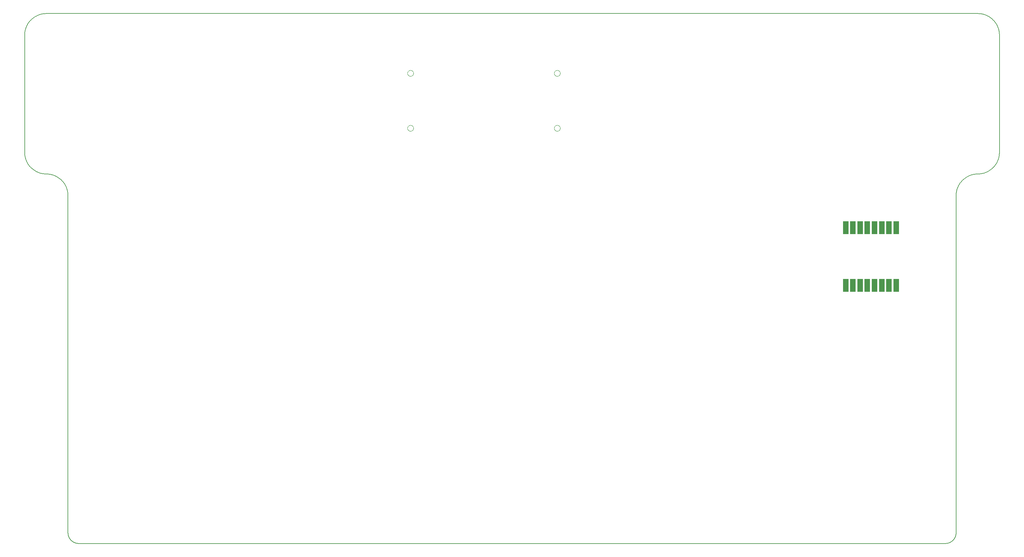
<source format=gbp>
G75*
%MOIN*%
%OFA0B0*%
%FSLAX25Y25*%
%IPPOS*%
%LPD*%
%AMOC8*
5,1,8,0,0,1.08239X$1,22.5*
%
%ADD10C,0.00600*%
%ADD11C,0.00000*%
%ADD12R,0.05906X0.14173*%
D10*
X0094504Y0039386D02*
X0094504Y0407496D01*
X0094497Y0408067D01*
X0094476Y0408637D01*
X0094442Y0409207D01*
X0094394Y0409776D01*
X0094332Y0410343D01*
X0094256Y0410909D01*
X0094167Y0411473D01*
X0094064Y0412034D01*
X0093947Y0412593D01*
X0093818Y0413149D01*
X0093674Y0413702D01*
X0093518Y0414251D01*
X0093348Y0414796D01*
X0093165Y0415336D01*
X0092969Y0415872D01*
X0092760Y0416404D01*
X0092538Y0416930D01*
X0092304Y0417450D01*
X0092057Y0417965D01*
X0091798Y0418474D01*
X0091527Y0418976D01*
X0091243Y0419471D01*
X0090948Y0419960D01*
X0090641Y0420441D01*
X0090323Y0420915D01*
X0089993Y0421381D01*
X0089652Y0421838D01*
X0089299Y0422288D01*
X0088937Y0422728D01*
X0088563Y0423160D01*
X0088180Y0423583D01*
X0087786Y0423996D01*
X0087382Y0424400D01*
X0086969Y0424794D01*
X0086546Y0425177D01*
X0086114Y0425551D01*
X0085674Y0425913D01*
X0085224Y0426266D01*
X0084767Y0426607D01*
X0084301Y0426937D01*
X0083827Y0427255D01*
X0083346Y0427562D01*
X0082857Y0427857D01*
X0082362Y0428141D01*
X0081860Y0428412D01*
X0081351Y0428671D01*
X0080836Y0428918D01*
X0080316Y0429152D01*
X0079790Y0429374D01*
X0079258Y0429583D01*
X0078722Y0429779D01*
X0078182Y0429962D01*
X0077637Y0430132D01*
X0077088Y0430288D01*
X0076535Y0430432D01*
X0075979Y0430561D01*
X0075420Y0430678D01*
X0074859Y0430781D01*
X0074295Y0430870D01*
X0073729Y0430946D01*
X0073162Y0431008D01*
X0072593Y0431056D01*
X0072023Y0431090D01*
X0071453Y0431111D01*
X0070882Y0431118D01*
X0070311Y0431125D01*
X0069741Y0431146D01*
X0069171Y0431180D01*
X0068602Y0431228D01*
X0068035Y0431290D01*
X0067469Y0431366D01*
X0066905Y0431455D01*
X0066344Y0431558D01*
X0065785Y0431675D01*
X0065229Y0431804D01*
X0064676Y0431948D01*
X0064127Y0432104D01*
X0063582Y0432274D01*
X0063042Y0432457D01*
X0062506Y0432653D01*
X0061974Y0432862D01*
X0061448Y0433084D01*
X0060928Y0433318D01*
X0060413Y0433565D01*
X0059904Y0433824D01*
X0059402Y0434095D01*
X0058907Y0434379D01*
X0058418Y0434674D01*
X0057937Y0434981D01*
X0057463Y0435299D01*
X0056997Y0435629D01*
X0056540Y0435970D01*
X0056090Y0436323D01*
X0055650Y0436685D01*
X0055218Y0437059D01*
X0054795Y0437442D01*
X0054382Y0437836D01*
X0053978Y0438240D01*
X0053584Y0438653D01*
X0053201Y0439076D01*
X0052827Y0439508D01*
X0052465Y0439948D01*
X0052112Y0440398D01*
X0051771Y0440855D01*
X0051441Y0441321D01*
X0051123Y0441795D01*
X0050816Y0442276D01*
X0050521Y0442765D01*
X0050237Y0443260D01*
X0049966Y0443762D01*
X0049707Y0444271D01*
X0049460Y0444786D01*
X0049226Y0445306D01*
X0049004Y0445832D01*
X0048795Y0446364D01*
X0048599Y0446900D01*
X0048416Y0447440D01*
X0048246Y0447985D01*
X0048090Y0448534D01*
X0047946Y0449087D01*
X0047817Y0449643D01*
X0047700Y0450202D01*
X0047597Y0450763D01*
X0047508Y0451327D01*
X0047432Y0451893D01*
X0047370Y0452460D01*
X0047322Y0453029D01*
X0047288Y0453599D01*
X0047267Y0454169D01*
X0047260Y0454740D01*
X0047260Y0582693D01*
X0047267Y0583264D01*
X0047288Y0583834D01*
X0047322Y0584404D01*
X0047370Y0584973D01*
X0047432Y0585540D01*
X0047508Y0586106D01*
X0047597Y0586670D01*
X0047700Y0587231D01*
X0047817Y0587790D01*
X0047946Y0588346D01*
X0048090Y0588899D01*
X0048246Y0589448D01*
X0048416Y0589993D01*
X0048599Y0590533D01*
X0048795Y0591069D01*
X0049004Y0591601D01*
X0049226Y0592127D01*
X0049460Y0592647D01*
X0049707Y0593162D01*
X0049966Y0593671D01*
X0050237Y0594173D01*
X0050521Y0594668D01*
X0050816Y0595157D01*
X0051123Y0595638D01*
X0051441Y0596112D01*
X0051771Y0596578D01*
X0052112Y0597035D01*
X0052465Y0597485D01*
X0052827Y0597925D01*
X0053201Y0598357D01*
X0053584Y0598780D01*
X0053978Y0599193D01*
X0054382Y0599597D01*
X0054795Y0599991D01*
X0055218Y0600374D01*
X0055650Y0600748D01*
X0056090Y0601110D01*
X0056540Y0601463D01*
X0056997Y0601804D01*
X0057463Y0602134D01*
X0057937Y0602452D01*
X0058418Y0602759D01*
X0058907Y0603054D01*
X0059402Y0603338D01*
X0059904Y0603609D01*
X0060413Y0603868D01*
X0060928Y0604115D01*
X0061448Y0604349D01*
X0061974Y0604571D01*
X0062506Y0604780D01*
X0063042Y0604976D01*
X0063582Y0605159D01*
X0064127Y0605329D01*
X0064676Y0605485D01*
X0065229Y0605629D01*
X0065785Y0605758D01*
X0066344Y0605875D01*
X0066905Y0605978D01*
X0067469Y0606067D01*
X0068035Y0606143D01*
X0068602Y0606205D01*
X0069171Y0606253D01*
X0069741Y0606287D01*
X0070311Y0606308D01*
X0070882Y0606315D01*
X1086630Y0606315D01*
X1087201Y0606308D01*
X1087771Y0606287D01*
X1088341Y0606253D01*
X1088910Y0606205D01*
X1089477Y0606143D01*
X1090043Y0606067D01*
X1090607Y0605978D01*
X1091168Y0605875D01*
X1091727Y0605758D01*
X1092283Y0605629D01*
X1092836Y0605485D01*
X1093385Y0605329D01*
X1093930Y0605159D01*
X1094470Y0604976D01*
X1095006Y0604780D01*
X1095538Y0604571D01*
X1096064Y0604349D01*
X1096584Y0604115D01*
X1097099Y0603868D01*
X1097608Y0603609D01*
X1098110Y0603338D01*
X1098605Y0603054D01*
X1099094Y0602759D01*
X1099575Y0602452D01*
X1100049Y0602134D01*
X1100515Y0601804D01*
X1100972Y0601463D01*
X1101422Y0601110D01*
X1101862Y0600748D01*
X1102294Y0600374D01*
X1102717Y0599991D01*
X1103130Y0599597D01*
X1103534Y0599193D01*
X1103928Y0598780D01*
X1104311Y0598357D01*
X1104685Y0597925D01*
X1105047Y0597485D01*
X1105400Y0597035D01*
X1105741Y0596578D01*
X1106071Y0596112D01*
X1106389Y0595638D01*
X1106696Y0595157D01*
X1106991Y0594668D01*
X1107275Y0594173D01*
X1107546Y0593671D01*
X1107805Y0593162D01*
X1108052Y0592647D01*
X1108286Y0592127D01*
X1108508Y0591601D01*
X1108717Y0591069D01*
X1108913Y0590533D01*
X1109096Y0589993D01*
X1109266Y0589448D01*
X1109422Y0588899D01*
X1109566Y0588346D01*
X1109695Y0587790D01*
X1109812Y0587231D01*
X1109915Y0586670D01*
X1110004Y0586106D01*
X1110080Y0585540D01*
X1110142Y0584973D01*
X1110190Y0584404D01*
X1110224Y0583834D01*
X1110245Y0583264D01*
X1110252Y0582693D01*
X1110252Y0454740D01*
X1110245Y0454169D01*
X1110224Y0453599D01*
X1110190Y0453029D01*
X1110142Y0452460D01*
X1110080Y0451893D01*
X1110004Y0451327D01*
X1109915Y0450763D01*
X1109812Y0450202D01*
X1109695Y0449643D01*
X1109566Y0449087D01*
X1109422Y0448534D01*
X1109266Y0447985D01*
X1109096Y0447440D01*
X1108913Y0446900D01*
X1108717Y0446364D01*
X1108508Y0445832D01*
X1108286Y0445306D01*
X1108052Y0444786D01*
X1107805Y0444271D01*
X1107546Y0443762D01*
X1107275Y0443260D01*
X1106991Y0442765D01*
X1106696Y0442276D01*
X1106389Y0441795D01*
X1106071Y0441321D01*
X1105741Y0440855D01*
X1105400Y0440398D01*
X1105047Y0439948D01*
X1104685Y0439508D01*
X1104311Y0439076D01*
X1103928Y0438653D01*
X1103534Y0438240D01*
X1103130Y0437836D01*
X1102717Y0437442D01*
X1102294Y0437059D01*
X1101862Y0436685D01*
X1101422Y0436323D01*
X1100972Y0435970D01*
X1100515Y0435629D01*
X1100049Y0435299D01*
X1099575Y0434981D01*
X1099094Y0434674D01*
X1098605Y0434379D01*
X1098110Y0434095D01*
X1097608Y0433824D01*
X1097099Y0433565D01*
X1096584Y0433318D01*
X1096064Y0433084D01*
X1095538Y0432862D01*
X1095006Y0432653D01*
X1094470Y0432457D01*
X1093930Y0432274D01*
X1093385Y0432104D01*
X1092836Y0431948D01*
X1092283Y0431804D01*
X1091727Y0431675D01*
X1091168Y0431558D01*
X1090607Y0431455D01*
X1090043Y0431366D01*
X1089477Y0431290D01*
X1088910Y0431228D01*
X1088341Y0431180D01*
X1087771Y0431146D01*
X1087201Y0431125D01*
X1086630Y0431118D01*
X1086059Y0431111D01*
X1085489Y0431090D01*
X1084919Y0431056D01*
X1084350Y0431008D01*
X1083783Y0430946D01*
X1083217Y0430870D01*
X1082653Y0430781D01*
X1082092Y0430678D01*
X1081533Y0430561D01*
X1080977Y0430432D01*
X1080424Y0430288D01*
X1079875Y0430132D01*
X1079330Y0429962D01*
X1078790Y0429779D01*
X1078254Y0429583D01*
X1077722Y0429374D01*
X1077196Y0429152D01*
X1076676Y0428918D01*
X1076161Y0428671D01*
X1075652Y0428412D01*
X1075150Y0428141D01*
X1074655Y0427857D01*
X1074166Y0427562D01*
X1073685Y0427255D01*
X1073211Y0426937D01*
X1072745Y0426607D01*
X1072288Y0426266D01*
X1071838Y0425913D01*
X1071398Y0425551D01*
X1070966Y0425177D01*
X1070543Y0424794D01*
X1070130Y0424400D01*
X1069726Y0423996D01*
X1069332Y0423583D01*
X1068949Y0423160D01*
X1068575Y0422728D01*
X1068213Y0422288D01*
X1067860Y0421838D01*
X1067519Y0421381D01*
X1067189Y0420915D01*
X1066871Y0420441D01*
X1066564Y0419960D01*
X1066269Y0419471D01*
X1065985Y0418976D01*
X1065714Y0418474D01*
X1065455Y0417965D01*
X1065208Y0417450D01*
X1064974Y0416930D01*
X1064752Y0416404D01*
X1064543Y0415872D01*
X1064347Y0415336D01*
X1064164Y0414796D01*
X1063994Y0414251D01*
X1063838Y0413702D01*
X1063694Y0413149D01*
X1063565Y0412593D01*
X1063448Y0412034D01*
X1063345Y0411473D01*
X1063256Y0410909D01*
X1063180Y0410343D01*
X1063118Y0409776D01*
X1063070Y0409207D01*
X1063036Y0408637D01*
X1063015Y0408067D01*
X1063008Y0407496D01*
X1063008Y0039386D01*
X1063005Y0039101D01*
X1062994Y0038815D01*
X1062977Y0038530D01*
X1062953Y0038246D01*
X1062922Y0037962D01*
X1062884Y0037679D01*
X1062839Y0037398D01*
X1062788Y0037117D01*
X1062730Y0036837D01*
X1062665Y0036559D01*
X1062593Y0036283D01*
X1062515Y0036009D01*
X1062430Y0035736D01*
X1062338Y0035466D01*
X1062240Y0035198D01*
X1062136Y0034932D01*
X1062025Y0034669D01*
X1061908Y0034409D01*
X1061785Y0034151D01*
X1061655Y0033897D01*
X1061519Y0033646D01*
X1061378Y0033398D01*
X1061230Y0033154D01*
X1061077Y0032913D01*
X1060917Y0032677D01*
X1060752Y0032444D01*
X1060582Y0032215D01*
X1060406Y0031990D01*
X1060224Y0031770D01*
X1060038Y0031554D01*
X1059846Y0031343D01*
X1059649Y0031136D01*
X1059447Y0030934D01*
X1059240Y0030737D01*
X1059029Y0030545D01*
X1058813Y0030359D01*
X1058593Y0030177D01*
X1058368Y0030001D01*
X1058139Y0029831D01*
X1057906Y0029666D01*
X1057670Y0029506D01*
X1057429Y0029353D01*
X1057185Y0029205D01*
X1056937Y0029064D01*
X1056686Y0028928D01*
X1056432Y0028798D01*
X1056174Y0028675D01*
X1055914Y0028558D01*
X1055651Y0028447D01*
X1055385Y0028343D01*
X1055117Y0028245D01*
X1054847Y0028153D01*
X1054574Y0028068D01*
X1054300Y0027990D01*
X1054024Y0027918D01*
X1053746Y0027853D01*
X1053466Y0027795D01*
X1053185Y0027744D01*
X1052904Y0027699D01*
X1052621Y0027661D01*
X1052337Y0027630D01*
X1052053Y0027606D01*
X1051768Y0027589D01*
X1051482Y0027578D01*
X1051197Y0027575D01*
X0106315Y0027575D01*
X0106030Y0027578D01*
X0105744Y0027589D01*
X0105459Y0027606D01*
X0105175Y0027630D01*
X0104891Y0027661D01*
X0104608Y0027699D01*
X0104327Y0027744D01*
X0104046Y0027795D01*
X0103766Y0027853D01*
X0103488Y0027918D01*
X0103212Y0027990D01*
X0102938Y0028068D01*
X0102665Y0028153D01*
X0102395Y0028245D01*
X0102127Y0028343D01*
X0101861Y0028447D01*
X0101598Y0028558D01*
X0101338Y0028675D01*
X0101080Y0028798D01*
X0100826Y0028928D01*
X0100575Y0029064D01*
X0100327Y0029205D01*
X0100083Y0029353D01*
X0099842Y0029506D01*
X0099606Y0029666D01*
X0099373Y0029831D01*
X0099144Y0030001D01*
X0098919Y0030177D01*
X0098699Y0030359D01*
X0098483Y0030545D01*
X0098272Y0030737D01*
X0098065Y0030934D01*
X0097863Y0031136D01*
X0097666Y0031343D01*
X0097474Y0031554D01*
X0097288Y0031770D01*
X0097106Y0031990D01*
X0096930Y0032215D01*
X0096760Y0032444D01*
X0096595Y0032677D01*
X0096435Y0032913D01*
X0096282Y0033154D01*
X0096134Y0033398D01*
X0095993Y0033646D01*
X0095857Y0033897D01*
X0095727Y0034151D01*
X0095604Y0034409D01*
X0095487Y0034669D01*
X0095376Y0034932D01*
X0095272Y0035198D01*
X0095174Y0035466D01*
X0095082Y0035736D01*
X0094997Y0036009D01*
X0094919Y0036283D01*
X0094847Y0036559D01*
X0094782Y0036837D01*
X0094724Y0037117D01*
X0094673Y0037398D01*
X0094628Y0037679D01*
X0094590Y0037962D01*
X0094559Y0038246D01*
X0094535Y0038530D01*
X0094518Y0038815D01*
X0094507Y0039101D01*
X0094504Y0039386D01*
D11*
X0464719Y0481157D02*
X0464721Y0481270D01*
X0464727Y0481384D01*
X0464737Y0481497D01*
X0464751Y0481609D01*
X0464768Y0481721D01*
X0464790Y0481833D01*
X0464816Y0481943D01*
X0464845Y0482053D01*
X0464878Y0482161D01*
X0464915Y0482269D01*
X0464956Y0482374D01*
X0465000Y0482479D01*
X0465048Y0482582D01*
X0465099Y0482683D01*
X0465154Y0482782D01*
X0465213Y0482879D01*
X0465275Y0482974D01*
X0465340Y0483067D01*
X0465408Y0483158D01*
X0465479Y0483246D01*
X0465554Y0483332D01*
X0465631Y0483415D01*
X0465711Y0483495D01*
X0465794Y0483572D01*
X0465880Y0483647D01*
X0465968Y0483718D01*
X0466059Y0483786D01*
X0466152Y0483851D01*
X0466247Y0483913D01*
X0466344Y0483972D01*
X0466443Y0484027D01*
X0466544Y0484078D01*
X0466647Y0484126D01*
X0466752Y0484170D01*
X0466857Y0484211D01*
X0466965Y0484248D01*
X0467073Y0484281D01*
X0467183Y0484310D01*
X0467293Y0484336D01*
X0467405Y0484358D01*
X0467517Y0484375D01*
X0467629Y0484389D01*
X0467742Y0484399D01*
X0467856Y0484405D01*
X0467969Y0484407D01*
X0468082Y0484405D01*
X0468196Y0484399D01*
X0468309Y0484389D01*
X0468421Y0484375D01*
X0468533Y0484358D01*
X0468645Y0484336D01*
X0468755Y0484310D01*
X0468865Y0484281D01*
X0468973Y0484248D01*
X0469081Y0484211D01*
X0469186Y0484170D01*
X0469291Y0484126D01*
X0469394Y0484078D01*
X0469495Y0484027D01*
X0469594Y0483972D01*
X0469691Y0483913D01*
X0469786Y0483851D01*
X0469879Y0483786D01*
X0469970Y0483718D01*
X0470058Y0483647D01*
X0470144Y0483572D01*
X0470227Y0483495D01*
X0470307Y0483415D01*
X0470384Y0483332D01*
X0470459Y0483246D01*
X0470530Y0483158D01*
X0470598Y0483067D01*
X0470663Y0482974D01*
X0470725Y0482879D01*
X0470784Y0482782D01*
X0470839Y0482683D01*
X0470890Y0482582D01*
X0470938Y0482479D01*
X0470982Y0482374D01*
X0471023Y0482269D01*
X0471060Y0482161D01*
X0471093Y0482053D01*
X0471122Y0481943D01*
X0471148Y0481833D01*
X0471170Y0481721D01*
X0471187Y0481609D01*
X0471201Y0481497D01*
X0471211Y0481384D01*
X0471217Y0481270D01*
X0471219Y0481157D01*
X0471217Y0481044D01*
X0471211Y0480930D01*
X0471201Y0480817D01*
X0471187Y0480705D01*
X0471170Y0480593D01*
X0471148Y0480481D01*
X0471122Y0480371D01*
X0471093Y0480261D01*
X0471060Y0480153D01*
X0471023Y0480045D01*
X0470982Y0479940D01*
X0470938Y0479835D01*
X0470890Y0479732D01*
X0470839Y0479631D01*
X0470784Y0479532D01*
X0470725Y0479435D01*
X0470663Y0479340D01*
X0470598Y0479247D01*
X0470530Y0479156D01*
X0470459Y0479068D01*
X0470384Y0478982D01*
X0470307Y0478899D01*
X0470227Y0478819D01*
X0470144Y0478742D01*
X0470058Y0478667D01*
X0469970Y0478596D01*
X0469879Y0478528D01*
X0469786Y0478463D01*
X0469691Y0478401D01*
X0469594Y0478342D01*
X0469495Y0478287D01*
X0469394Y0478236D01*
X0469291Y0478188D01*
X0469186Y0478144D01*
X0469081Y0478103D01*
X0468973Y0478066D01*
X0468865Y0478033D01*
X0468755Y0478004D01*
X0468645Y0477978D01*
X0468533Y0477956D01*
X0468421Y0477939D01*
X0468309Y0477925D01*
X0468196Y0477915D01*
X0468082Y0477909D01*
X0467969Y0477907D01*
X0467856Y0477909D01*
X0467742Y0477915D01*
X0467629Y0477925D01*
X0467517Y0477939D01*
X0467405Y0477956D01*
X0467293Y0477978D01*
X0467183Y0478004D01*
X0467073Y0478033D01*
X0466965Y0478066D01*
X0466857Y0478103D01*
X0466752Y0478144D01*
X0466647Y0478188D01*
X0466544Y0478236D01*
X0466443Y0478287D01*
X0466344Y0478342D01*
X0466247Y0478401D01*
X0466152Y0478463D01*
X0466059Y0478528D01*
X0465968Y0478596D01*
X0465880Y0478667D01*
X0465794Y0478742D01*
X0465711Y0478819D01*
X0465631Y0478899D01*
X0465554Y0478982D01*
X0465479Y0479068D01*
X0465408Y0479156D01*
X0465340Y0479247D01*
X0465275Y0479340D01*
X0465213Y0479435D01*
X0465154Y0479532D01*
X0465099Y0479631D01*
X0465048Y0479732D01*
X0465000Y0479835D01*
X0464956Y0479940D01*
X0464915Y0480045D01*
X0464878Y0480153D01*
X0464845Y0480261D01*
X0464816Y0480371D01*
X0464790Y0480481D01*
X0464768Y0480593D01*
X0464751Y0480705D01*
X0464737Y0480817D01*
X0464727Y0480930D01*
X0464721Y0481044D01*
X0464719Y0481157D01*
X0464719Y0541157D02*
X0464721Y0541270D01*
X0464727Y0541384D01*
X0464737Y0541497D01*
X0464751Y0541609D01*
X0464768Y0541721D01*
X0464790Y0541833D01*
X0464816Y0541943D01*
X0464845Y0542053D01*
X0464878Y0542161D01*
X0464915Y0542269D01*
X0464956Y0542374D01*
X0465000Y0542479D01*
X0465048Y0542582D01*
X0465099Y0542683D01*
X0465154Y0542782D01*
X0465213Y0542879D01*
X0465275Y0542974D01*
X0465340Y0543067D01*
X0465408Y0543158D01*
X0465479Y0543246D01*
X0465554Y0543332D01*
X0465631Y0543415D01*
X0465711Y0543495D01*
X0465794Y0543572D01*
X0465880Y0543647D01*
X0465968Y0543718D01*
X0466059Y0543786D01*
X0466152Y0543851D01*
X0466247Y0543913D01*
X0466344Y0543972D01*
X0466443Y0544027D01*
X0466544Y0544078D01*
X0466647Y0544126D01*
X0466752Y0544170D01*
X0466857Y0544211D01*
X0466965Y0544248D01*
X0467073Y0544281D01*
X0467183Y0544310D01*
X0467293Y0544336D01*
X0467405Y0544358D01*
X0467517Y0544375D01*
X0467629Y0544389D01*
X0467742Y0544399D01*
X0467856Y0544405D01*
X0467969Y0544407D01*
X0468082Y0544405D01*
X0468196Y0544399D01*
X0468309Y0544389D01*
X0468421Y0544375D01*
X0468533Y0544358D01*
X0468645Y0544336D01*
X0468755Y0544310D01*
X0468865Y0544281D01*
X0468973Y0544248D01*
X0469081Y0544211D01*
X0469186Y0544170D01*
X0469291Y0544126D01*
X0469394Y0544078D01*
X0469495Y0544027D01*
X0469594Y0543972D01*
X0469691Y0543913D01*
X0469786Y0543851D01*
X0469879Y0543786D01*
X0469970Y0543718D01*
X0470058Y0543647D01*
X0470144Y0543572D01*
X0470227Y0543495D01*
X0470307Y0543415D01*
X0470384Y0543332D01*
X0470459Y0543246D01*
X0470530Y0543158D01*
X0470598Y0543067D01*
X0470663Y0542974D01*
X0470725Y0542879D01*
X0470784Y0542782D01*
X0470839Y0542683D01*
X0470890Y0542582D01*
X0470938Y0542479D01*
X0470982Y0542374D01*
X0471023Y0542269D01*
X0471060Y0542161D01*
X0471093Y0542053D01*
X0471122Y0541943D01*
X0471148Y0541833D01*
X0471170Y0541721D01*
X0471187Y0541609D01*
X0471201Y0541497D01*
X0471211Y0541384D01*
X0471217Y0541270D01*
X0471219Y0541157D01*
X0471217Y0541044D01*
X0471211Y0540930D01*
X0471201Y0540817D01*
X0471187Y0540705D01*
X0471170Y0540593D01*
X0471148Y0540481D01*
X0471122Y0540371D01*
X0471093Y0540261D01*
X0471060Y0540153D01*
X0471023Y0540045D01*
X0470982Y0539940D01*
X0470938Y0539835D01*
X0470890Y0539732D01*
X0470839Y0539631D01*
X0470784Y0539532D01*
X0470725Y0539435D01*
X0470663Y0539340D01*
X0470598Y0539247D01*
X0470530Y0539156D01*
X0470459Y0539068D01*
X0470384Y0538982D01*
X0470307Y0538899D01*
X0470227Y0538819D01*
X0470144Y0538742D01*
X0470058Y0538667D01*
X0469970Y0538596D01*
X0469879Y0538528D01*
X0469786Y0538463D01*
X0469691Y0538401D01*
X0469594Y0538342D01*
X0469495Y0538287D01*
X0469394Y0538236D01*
X0469291Y0538188D01*
X0469186Y0538144D01*
X0469081Y0538103D01*
X0468973Y0538066D01*
X0468865Y0538033D01*
X0468755Y0538004D01*
X0468645Y0537978D01*
X0468533Y0537956D01*
X0468421Y0537939D01*
X0468309Y0537925D01*
X0468196Y0537915D01*
X0468082Y0537909D01*
X0467969Y0537907D01*
X0467856Y0537909D01*
X0467742Y0537915D01*
X0467629Y0537925D01*
X0467517Y0537939D01*
X0467405Y0537956D01*
X0467293Y0537978D01*
X0467183Y0538004D01*
X0467073Y0538033D01*
X0466965Y0538066D01*
X0466857Y0538103D01*
X0466752Y0538144D01*
X0466647Y0538188D01*
X0466544Y0538236D01*
X0466443Y0538287D01*
X0466344Y0538342D01*
X0466247Y0538401D01*
X0466152Y0538463D01*
X0466059Y0538528D01*
X0465968Y0538596D01*
X0465880Y0538667D01*
X0465794Y0538742D01*
X0465711Y0538819D01*
X0465631Y0538899D01*
X0465554Y0538982D01*
X0465479Y0539068D01*
X0465408Y0539156D01*
X0465340Y0539247D01*
X0465275Y0539340D01*
X0465213Y0539435D01*
X0465154Y0539532D01*
X0465099Y0539631D01*
X0465048Y0539732D01*
X0465000Y0539835D01*
X0464956Y0539940D01*
X0464915Y0540045D01*
X0464878Y0540153D01*
X0464845Y0540261D01*
X0464816Y0540371D01*
X0464790Y0540481D01*
X0464768Y0540593D01*
X0464751Y0540705D01*
X0464737Y0540817D01*
X0464727Y0540930D01*
X0464721Y0541044D01*
X0464719Y0541157D01*
X0624719Y0541157D02*
X0624721Y0541270D01*
X0624727Y0541384D01*
X0624737Y0541497D01*
X0624751Y0541609D01*
X0624768Y0541721D01*
X0624790Y0541833D01*
X0624816Y0541943D01*
X0624845Y0542053D01*
X0624878Y0542161D01*
X0624915Y0542269D01*
X0624956Y0542374D01*
X0625000Y0542479D01*
X0625048Y0542582D01*
X0625099Y0542683D01*
X0625154Y0542782D01*
X0625213Y0542879D01*
X0625275Y0542974D01*
X0625340Y0543067D01*
X0625408Y0543158D01*
X0625479Y0543246D01*
X0625554Y0543332D01*
X0625631Y0543415D01*
X0625711Y0543495D01*
X0625794Y0543572D01*
X0625880Y0543647D01*
X0625968Y0543718D01*
X0626059Y0543786D01*
X0626152Y0543851D01*
X0626247Y0543913D01*
X0626344Y0543972D01*
X0626443Y0544027D01*
X0626544Y0544078D01*
X0626647Y0544126D01*
X0626752Y0544170D01*
X0626857Y0544211D01*
X0626965Y0544248D01*
X0627073Y0544281D01*
X0627183Y0544310D01*
X0627293Y0544336D01*
X0627405Y0544358D01*
X0627517Y0544375D01*
X0627629Y0544389D01*
X0627742Y0544399D01*
X0627856Y0544405D01*
X0627969Y0544407D01*
X0628082Y0544405D01*
X0628196Y0544399D01*
X0628309Y0544389D01*
X0628421Y0544375D01*
X0628533Y0544358D01*
X0628645Y0544336D01*
X0628755Y0544310D01*
X0628865Y0544281D01*
X0628973Y0544248D01*
X0629081Y0544211D01*
X0629186Y0544170D01*
X0629291Y0544126D01*
X0629394Y0544078D01*
X0629495Y0544027D01*
X0629594Y0543972D01*
X0629691Y0543913D01*
X0629786Y0543851D01*
X0629879Y0543786D01*
X0629970Y0543718D01*
X0630058Y0543647D01*
X0630144Y0543572D01*
X0630227Y0543495D01*
X0630307Y0543415D01*
X0630384Y0543332D01*
X0630459Y0543246D01*
X0630530Y0543158D01*
X0630598Y0543067D01*
X0630663Y0542974D01*
X0630725Y0542879D01*
X0630784Y0542782D01*
X0630839Y0542683D01*
X0630890Y0542582D01*
X0630938Y0542479D01*
X0630982Y0542374D01*
X0631023Y0542269D01*
X0631060Y0542161D01*
X0631093Y0542053D01*
X0631122Y0541943D01*
X0631148Y0541833D01*
X0631170Y0541721D01*
X0631187Y0541609D01*
X0631201Y0541497D01*
X0631211Y0541384D01*
X0631217Y0541270D01*
X0631219Y0541157D01*
X0631217Y0541044D01*
X0631211Y0540930D01*
X0631201Y0540817D01*
X0631187Y0540705D01*
X0631170Y0540593D01*
X0631148Y0540481D01*
X0631122Y0540371D01*
X0631093Y0540261D01*
X0631060Y0540153D01*
X0631023Y0540045D01*
X0630982Y0539940D01*
X0630938Y0539835D01*
X0630890Y0539732D01*
X0630839Y0539631D01*
X0630784Y0539532D01*
X0630725Y0539435D01*
X0630663Y0539340D01*
X0630598Y0539247D01*
X0630530Y0539156D01*
X0630459Y0539068D01*
X0630384Y0538982D01*
X0630307Y0538899D01*
X0630227Y0538819D01*
X0630144Y0538742D01*
X0630058Y0538667D01*
X0629970Y0538596D01*
X0629879Y0538528D01*
X0629786Y0538463D01*
X0629691Y0538401D01*
X0629594Y0538342D01*
X0629495Y0538287D01*
X0629394Y0538236D01*
X0629291Y0538188D01*
X0629186Y0538144D01*
X0629081Y0538103D01*
X0628973Y0538066D01*
X0628865Y0538033D01*
X0628755Y0538004D01*
X0628645Y0537978D01*
X0628533Y0537956D01*
X0628421Y0537939D01*
X0628309Y0537925D01*
X0628196Y0537915D01*
X0628082Y0537909D01*
X0627969Y0537907D01*
X0627856Y0537909D01*
X0627742Y0537915D01*
X0627629Y0537925D01*
X0627517Y0537939D01*
X0627405Y0537956D01*
X0627293Y0537978D01*
X0627183Y0538004D01*
X0627073Y0538033D01*
X0626965Y0538066D01*
X0626857Y0538103D01*
X0626752Y0538144D01*
X0626647Y0538188D01*
X0626544Y0538236D01*
X0626443Y0538287D01*
X0626344Y0538342D01*
X0626247Y0538401D01*
X0626152Y0538463D01*
X0626059Y0538528D01*
X0625968Y0538596D01*
X0625880Y0538667D01*
X0625794Y0538742D01*
X0625711Y0538819D01*
X0625631Y0538899D01*
X0625554Y0538982D01*
X0625479Y0539068D01*
X0625408Y0539156D01*
X0625340Y0539247D01*
X0625275Y0539340D01*
X0625213Y0539435D01*
X0625154Y0539532D01*
X0625099Y0539631D01*
X0625048Y0539732D01*
X0625000Y0539835D01*
X0624956Y0539940D01*
X0624915Y0540045D01*
X0624878Y0540153D01*
X0624845Y0540261D01*
X0624816Y0540371D01*
X0624790Y0540481D01*
X0624768Y0540593D01*
X0624751Y0540705D01*
X0624737Y0540817D01*
X0624727Y0540930D01*
X0624721Y0541044D01*
X0624719Y0541157D01*
X0624719Y0481157D02*
X0624721Y0481270D01*
X0624727Y0481384D01*
X0624737Y0481497D01*
X0624751Y0481609D01*
X0624768Y0481721D01*
X0624790Y0481833D01*
X0624816Y0481943D01*
X0624845Y0482053D01*
X0624878Y0482161D01*
X0624915Y0482269D01*
X0624956Y0482374D01*
X0625000Y0482479D01*
X0625048Y0482582D01*
X0625099Y0482683D01*
X0625154Y0482782D01*
X0625213Y0482879D01*
X0625275Y0482974D01*
X0625340Y0483067D01*
X0625408Y0483158D01*
X0625479Y0483246D01*
X0625554Y0483332D01*
X0625631Y0483415D01*
X0625711Y0483495D01*
X0625794Y0483572D01*
X0625880Y0483647D01*
X0625968Y0483718D01*
X0626059Y0483786D01*
X0626152Y0483851D01*
X0626247Y0483913D01*
X0626344Y0483972D01*
X0626443Y0484027D01*
X0626544Y0484078D01*
X0626647Y0484126D01*
X0626752Y0484170D01*
X0626857Y0484211D01*
X0626965Y0484248D01*
X0627073Y0484281D01*
X0627183Y0484310D01*
X0627293Y0484336D01*
X0627405Y0484358D01*
X0627517Y0484375D01*
X0627629Y0484389D01*
X0627742Y0484399D01*
X0627856Y0484405D01*
X0627969Y0484407D01*
X0628082Y0484405D01*
X0628196Y0484399D01*
X0628309Y0484389D01*
X0628421Y0484375D01*
X0628533Y0484358D01*
X0628645Y0484336D01*
X0628755Y0484310D01*
X0628865Y0484281D01*
X0628973Y0484248D01*
X0629081Y0484211D01*
X0629186Y0484170D01*
X0629291Y0484126D01*
X0629394Y0484078D01*
X0629495Y0484027D01*
X0629594Y0483972D01*
X0629691Y0483913D01*
X0629786Y0483851D01*
X0629879Y0483786D01*
X0629970Y0483718D01*
X0630058Y0483647D01*
X0630144Y0483572D01*
X0630227Y0483495D01*
X0630307Y0483415D01*
X0630384Y0483332D01*
X0630459Y0483246D01*
X0630530Y0483158D01*
X0630598Y0483067D01*
X0630663Y0482974D01*
X0630725Y0482879D01*
X0630784Y0482782D01*
X0630839Y0482683D01*
X0630890Y0482582D01*
X0630938Y0482479D01*
X0630982Y0482374D01*
X0631023Y0482269D01*
X0631060Y0482161D01*
X0631093Y0482053D01*
X0631122Y0481943D01*
X0631148Y0481833D01*
X0631170Y0481721D01*
X0631187Y0481609D01*
X0631201Y0481497D01*
X0631211Y0481384D01*
X0631217Y0481270D01*
X0631219Y0481157D01*
X0631217Y0481044D01*
X0631211Y0480930D01*
X0631201Y0480817D01*
X0631187Y0480705D01*
X0631170Y0480593D01*
X0631148Y0480481D01*
X0631122Y0480371D01*
X0631093Y0480261D01*
X0631060Y0480153D01*
X0631023Y0480045D01*
X0630982Y0479940D01*
X0630938Y0479835D01*
X0630890Y0479732D01*
X0630839Y0479631D01*
X0630784Y0479532D01*
X0630725Y0479435D01*
X0630663Y0479340D01*
X0630598Y0479247D01*
X0630530Y0479156D01*
X0630459Y0479068D01*
X0630384Y0478982D01*
X0630307Y0478899D01*
X0630227Y0478819D01*
X0630144Y0478742D01*
X0630058Y0478667D01*
X0629970Y0478596D01*
X0629879Y0478528D01*
X0629786Y0478463D01*
X0629691Y0478401D01*
X0629594Y0478342D01*
X0629495Y0478287D01*
X0629394Y0478236D01*
X0629291Y0478188D01*
X0629186Y0478144D01*
X0629081Y0478103D01*
X0628973Y0478066D01*
X0628865Y0478033D01*
X0628755Y0478004D01*
X0628645Y0477978D01*
X0628533Y0477956D01*
X0628421Y0477939D01*
X0628309Y0477925D01*
X0628196Y0477915D01*
X0628082Y0477909D01*
X0627969Y0477907D01*
X0627856Y0477909D01*
X0627742Y0477915D01*
X0627629Y0477925D01*
X0627517Y0477939D01*
X0627405Y0477956D01*
X0627293Y0477978D01*
X0627183Y0478004D01*
X0627073Y0478033D01*
X0626965Y0478066D01*
X0626857Y0478103D01*
X0626752Y0478144D01*
X0626647Y0478188D01*
X0626544Y0478236D01*
X0626443Y0478287D01*
X0626344Y0478342D01*
X0626247Y0478401D01*
X0626152Y0478463D01*
X0626059Y0478528D01*
X0625968Y0478596D01*
X0625880Y0478667D01*
X0625794Y0478742D01*
X0625711Y0478819D01*
X0625631Y0478899D01*
X0625554Y0478982D01*
X0625479Y0479068D01*
X0625408Y0479156D01*
X0625340Y0479247D01*
X0625275Y0479340D01*
X0625213Y0479435D01*
X0625154Y0479532D01*
X0625099Y0479631D01*
X0625048Y0479732D01*
X0625000Y0479835D01*
X0624956Y0479940D01*
X0624915Y0480045D01*
X0624878Y0480153D01*
X0624845Y0480261D01*
X0624816Y0480371D01*
X0624790Y0480481D01*
X0624768Y0480593D01*
X0624751Y0480705D01*
X0624737Y0480817D01*
X0624727Y0480930D01*
X0624721Y0481044D01*
X0624719Y0481157D01*
D12*
X0942535Y0372457D03*
X0950409Y0372457D03*
X0958283Y0372457D03*
X0966157Y0372457D03*
X0974031Y0372457D03*
X0981906Y0372457D03*
X0989780Y0372457D03*
X0997654Y0372457D03*
X0997654Y0309465D03*
X0989780Y0309465D03*
X0981906Y0309465D03*
X0974031Y0309465D03*
X0966157Y0309465D03*
X0958283Y0309465D03*
X0950409Y0309465D03*
X0942535Y0309465D03*
M02*

</source>
